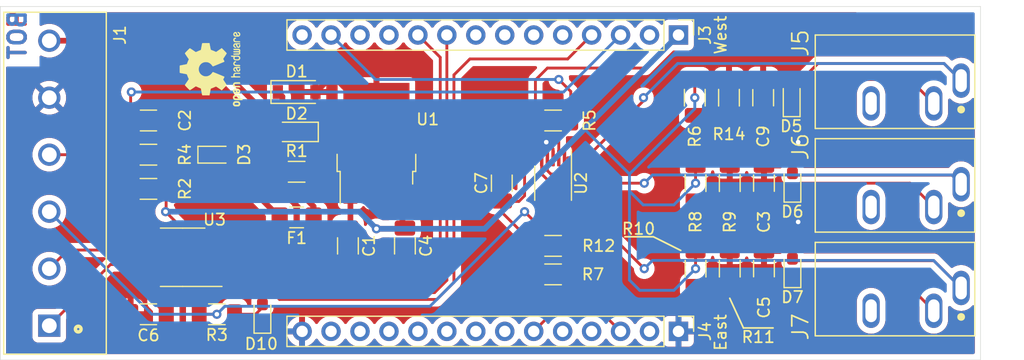
<source format=kicad_pcb>
(kicad_pcb (version 20211014) (generator pcbnew)
  (layers (0 "F.Cu" signal) (31 "B.Cu" signal) (34 "B.Paste" user) (35 "F.Paste" user) (36 "B.SilkS" user "B.Silkscreen") (37 "F.SilkS" user "F.Silkscreen") (38 "B.Mask" user) (39 "F.Mask" user) (44 "Edge.Cuts" user))
  (net 0 "")
  (net 1 "Net-(C1-Pad1)")
  (net 2 "S0_0")
  (net 3 "GND")
  (net 4 "+3V3")
  (net 5 "Net-(D1-Pad1)")
  (net 6 "Net-(D3-Pad1)")
  (net 7 "VCC")
  (net 9 "CT_0_K")
  (net 10 "RS485_0_RX")
  (net 12 "CT_1_L")
  (net 15 "RS485_0_TXE")
  (net 16 "RS485_0_TX")
  (net 21 "CT_1_K")
  (net 29 "CT_2_L")
  (net 30 "CT_0_L")
  (net 31 "RS485_0_A")
  (net 32 "RS485_0_B")
  (net 33 "CT_2_K")
  (net 34 "Net-(D10-Pad2)")
  (net 35 "AIN")
  (net 36 "SCL")
  (net 37 "SDA")
  (net 38 "RDY")
  (footprint "Resistor_SMD:R_1206_3216Metric_Pad1.30x1.75mm_HandSolder" (layer "F.Cu") (at 170 114 90)
    (fp_text reference "R11" (at -6 2.5 180) (layer "F.SilkS"))
    (fp_text value "10k")
    (pad "1" smd roundrect (at -1.55 0 90) (size 1.3 1.75) (layers "F.Cu" "F.Paste" "F.Mask") (roundrect_rratio 0.192308) (net 29 "CT_2_L"))
    (pad "2" smd roundrect (at 1.55 0 90) (size 1.3 1.75) (layers "F.Cu" "F.Paste" "F.Mask") (roundrect_rratio 0.192308) (net 3 "GND"))
  )
  (footprint "Diode_SMD:D_0603_1608Metric_Pad1.05x0.95mm_HandSolder" (layer "F.Cu") (at 175.43125 99 90)
    (fp_text reference "D5" (at -2.5 -0.03125 180) (layer "F.SilkS"))
    (fp_text value "3V3")
    (pad "1" smd roundrect (at -0.875 0 90) (size 1.05 0.95) (layers "F.Cu" "F.Paste" "F.Mask") (net 30 "CT_0_L"))
    (pad "2" smd roundrect (at 0.875 0 90) (size 1.05 0.95) (layers "F.Cu" "F.Paste" "F.Mask") (net 9 "CT_0_K"))
  )
  (footprint "Symbol:OSHW-Logo2_7.3x6mm_SilkScreen" (layer "F.Cu") (at 124.5 96.5 90)
    (fp_text reference "G1" hide)
    (fp_text value "Logo_Open_Hardware_Small" hide)
  )
  (footprint "Resistor_SMD:R_1206_3216Metric_Pad1.30x1.75mm_HandSolder" (layer "F.Cu") (at 167 106.5 90)
    (fp_text reference "R8" (at -3.4 0 90) (layer "F.SilkS"))
    (fp_text value "10k")
    (pad "1" smd roundrect (at -1.55 0 90) (size 1.3 1.75) (layers "F.Cu" "F.Paste" "F.Mask") (roundrect_rratio 0.192308) (net 12 "CT_1_L"))
    (pad "2" smd roundrect (at 1.55 0 90) (size 1.3 1.75) (layers "F.Cu" "F.Paste" "F.Mask") (roundrect_rratio 0.192308) (net 4 "+3V3"))
  )
  (footprint "footprints:CUI_SJ1-3533NG" (layer "F.Cu") (at 190.3 115.6925 180)
    (fp_text reference "J7" (at 14.1 -3.4075 90) (layer "F.SilkS") (effects (font (size 1.400693 1.400693))))
    (fp_text value "SJ1-3533NG")
    (pad "1" thru_hole oval (at 0 0 180) (size 1.508 3.016) (drill oval 1 2) (layers *.Cu *.Mask) (net 33 "CT_2_K"))
    (pad "2" thru_hole oval (at 2.4 -2 180) (size 1.508 3.016) (drill oval 1 2) (layers *.Cu *.Mask) (net 29 "CT_2_L"))
    (pad "3" thru_hole oval (at 7.9 -2 180) (size 1.508 3.016) (drill oval 1 2) (layers *.Cu *.Mask))
  )
  (footprint "Diode_SMD:D_0603_1608Metric_Pad1.05x0.95mm_HandSolder" (layer "F.Cu") (at 175.5 114 90)
    (fp_text reference "D7" (at -2.5 0 180) (layer "F.SilkS"))
    (fp_text value "3V3")
    (pad "1" smd roundrect (at -0.875 0 90) (size 1.05 0.95) (layers "F.Cu" "F.Paste" "F.Mask") (net 29 "CT_2_L"))
    (pad "2" smd roundrect (at 0.875 0 90) (size 1.05 0.95) (layers "F.Cu" "F.Paste" "F.Mask") (net 33 "CT_2_K"))
  )
  (footprint "Capacitor_SMD:C_1206_3216Metric_Pad1.33x1.80mm_HandSolder" (layer "F.Cu") (at 136.5 112 -90)
    (fp_text reference "C1" (at 0 -1.85 90) (layer "F.SilkS"))
    (fp_text value "100nF")
    (pad "1" smd roundrect (at -1.5625 0 270) (size 1.325 1.8) (layers "F.Cu" "F.Paste" "F.Mask") (roundrect_rratio 0.188679) (net 1 "Net-(C1-Pad1)"))
    (pad "2" smd roundrect (at 1.5625 0 270) (size 1.325 1.8) (layers "F.Cu" "F.Paste" "F.Mask") (roundrect_rratio 0.188679) (net 3 "GND"))
  )
  (footprint "Resistor_SMD:R_1206_3216Metric_Pad1.30x1.75mm_HandSolder" (layer "F.Cu") (at 132 105.5)
    (fp_text reference "R1" (at 0 -1.82) (layer "F.SilkS"))
    (fp_text value "10k")
    (pad "1" smd roundrect (at -1.55 0) (size 1.3 1.75) (layers "F.Cu" "F.Paste" "F.Mask") (roundrect_rratio 0.192308) (net 5 "Net-(D1-Pad1)"))
    (pad "2" smd roundrect (at 1.55 0) (size 1.3 1.75) (layers "F.Cu" "F.Paste" "F.Mask") (roundrect_rratio 0.192308) (net 3 "GND"))
  )
  (footprint "footprints:CUI_SJ1-3533NG" (layer "F.Cu") (at 190.3 97.5 180)
    (fp_text reference "J5" (at 14.1 3.2925 90) (layer "F.SilkS") (effects (font (size 1.400693 1.400693))))
    (fp_text value "SJ1-3533NG")
    (pad "1" thru_hole oval (at 0 0 180) (size 1.508 3.016) (drill oval 1 2) (layers *.Cu *.Mask) (net 9 "CT_0_K"))
    (pad "2" thru_hole oval (at 2.4 -2 180) (size 1.508 3.016) (drill oval 1 2) (layers *.Cu *.Mask) (net 30 "CT_0_L"))
    (pad "3" thru_hole oval (at 7.9 -2 180) (size 1.508 3.016) (drill oval 1 2) (layers *.Cu *.Mask))
  )
  (footprint "Capacitor_SMD:C_1206_3216Metric_Pad1.33x1.80mm_HandSolder" (layer "F.Cu") (at 150 106.5 -90)
    (fp_text reference "C7" (at 0 1.8 90) (layer "F.SilkS"))
    (fp_text value "0u1")
    (pad "1" smd roundrect (at -1.5625 0 270) (size 1.325 1.8) (layers "F.Cu" "F.Paste" "F.Mask") (roundrect_rratio 0.188679) (net 3 "GND"))
    (pad "2" smd roundrect (at 1.5625 0 270) (size 1.325 1.8) (layers "F.Cu" "F.Paste" "F.Mask") (roundrect_rratio 0.188679) (net 4 "+3V3"))
  )
  (footprint "Resistor_SMD:R_1206_3216Metric_Pad1.30x1.75mm_HandSolder" (layer "F.Cu") (at 119 104 180)
    (fp_text reference "R4" (at -3.2 0 90) (layer "F.SilkS"))
    (fp_text value "220R")
    (pad "1" smd roundrect (at -1.55 0 180) (size 1.3 1.75) (layers "F.Cu" "F.Paste" "F.Mask") (roundrect_rratio 0.192308) (net 6 "Net-(D3-Pad1)"))
    (pad "2" smd roundrect (at 1.55 0 180) (size 1.3 1.75) (layers "F.Cu" "F.Paste" "F.Mask") (roundrect_rratio 0.192308) (net 2 "S0_0"))
  )
  (footprint "Resistor_SMD:R_1206_3216Metric_Pad1.30x1.75mm_HandSolder" (layer "F.Cu") (at 169.93125 99 90)
    (fp_text reference "R14" (at -3.2 0 180) (layer "F.SilkS"))
    (fp_text value "10k")
    (pad "1" smd roundrect (at -1.55 0 90) (size 1.3 1.75) (layers "F.Cu" "F.Paste" "F.Mask") (roundrect_rratio 0.192308) (net 30 "CT_0_L"))
    (pad "2" smd roundrect (at 1.55 0 90) (size 1.3 1.75) (layers "F.Cu" "F.Paste" "F.Mask") (roundrect_rratio 0.192308) (net 3 "GND"))
  )
  (footprint "Capacitor_SMD:C_1206_3216Metric_Pad1.33x1.80mm_HandSolder" (layer "F.Cu") (at 172.93125 99 90)
    (fp_text reference "C9" (at -3.4 0 90) (layer "F.SilkS"))
    (fp_text value "10u")
    (pad "1" smd roundrect (at -1.5625 0 90) (size 1.325 1.8) (layers "F.Cu" "F.Paste" "F.Mask") (roundrect_rratio 0.188679) (net 30 "CT_0_L"))
    (pad "2" smd roundrect (at 1.5625 0 90) (size 1.325 1.8) (layers "F.Cu" "F.Paste" "F.Mask") (roundrect_rratio 0.188679) (net 3 "GND"))
  )
  (footprint "Resistor_SMD:R_1206_3216Metric_Pad1.30x1.75mm_HandSolder" (layer "F.Cu") (at 154.5 112 180)
    (fp_text reference "R12" (at -4 0) (layer "F.SilkS"))
    (fp_text value "10k")
    (pad "1" smd roundrect (at -1.55 0 180) (size 1.3 1.75) (layers "F.Cu" "F.Paste" "F.Mask") (roundrect_rratio 0.192308) (net 37 "SDA"))
    (pad "2" smd roundrect (at 1.55 0 180) (size 1.3 1.75) (layers "F.Cu" "F.Paste" "F.Mask") (roundrect_rratio 0.192308) (net 4 "+3V3"))
  )
  (footprint "Resistor_SMD:R_1206_3216Metric_Pad1.30x1.75mm_HandSolder" (layer "F.Cu") (at 154.5 114.5 180)
    (fp_text reference "R7" (at -3.5 0) (layer "F.SilkS"))
    (fp_text value "10k")
    (pad "1" smd roundrect (at -1.55 0 180) (size 1.3 1.75) (layers "F.Cu" "F.Paste" "F.Mask") (roundrect_rratio 0.192308) (net 36 "SCL"))
    (pad "2" smd roundrect (at 1.55 0 180) (size 1.3 1.75) (layers "F.Cu" "F.Paste" "F.Mask") (roundrect_rratio 0.192308) (net 4 "+3V3"))
  )
  (footprint "Resistor_SMD:R_1206_3216Metric_Pad1.30x1.75mm_HandSolder" (layer "F.Cu") (at 167 114 90)
    (fp_text reference "R10" (at 3.5 -5 180) (layer "F.SilkS"))
    (fp_text value "10k")
    (pad "1" smd roundrect (at -1.55 0 90) (size 1.3 1.75) (layers "F.Cu" "F.Paste" "F.Mask") (roundrect_rratio 0.192308) (net 29 "CT_2_L"))
    (pad "2" smd roundrect (at 1.55 0 90) (size 1.3 1.75) (layers "F.Cu" "F.Paste" "F.Mask") (roundrect_rratio 0.192308) (net 4 "+3V3"))
  )
  (footprint "footprints:CUI_SJ1-3533NG" (layer "F.Cu") (at 190.3 106.5925 180)
    (fp_text reference "J6" (at 14.1 3.2925 90) (layer "F.SilkS") (effects (font (size 1.400693 1.400693))))
    (fp_text value "SJ1-3533NG")
    (pad "1" thru_hole oval (at 0 0 180) (size 1.508 3.016) (drill oval 1 2) (layers *.Cu *.Mask) (net 21 "CT_1_K"))
    (pad "2" thru_hole oval (at 2.4 -2 180) (size 1.508 3.016) (drill oval 1 2) (layers *.Cu *.Mask) (net 12 "CT_1_L"))
    (pad "3" thru_hole oval (at 7.9 -2 180) (size 1.508 3.016) (drill oval 1 2) (layers *.Cu *.Mask))
  )
  (footprint "Resistor_SMD:R_1206_3216Metric_Pad1.30x1.75mm_HandSolder" (layer "F.Cu") (at 119 107)
    (fp_text reference "R2" (at 3.2 0 90) (layer "F.SilkS"))
    (fp_text value "10k")
    (pad "1" smd roundrect (at -1.55 0) (size 1.3 1.75) (layers "F.Cu" "F.Paste" "F.Mask") (roundrect_rratio 0.192308) (net 2 "S0_0"))
    (pad "2" smd roundrect (at 1.55 0) (size 1.3 1.75) (layers "F.Cu" "F.Paste" "F.Mask") (roundrect_rratio 0.192308) (net 4 "+3V3"))
  )
  (footprint "Resistor_SMD:R_1206_3216Metric_Pad1.30x1.75mm_HandSolder" (layer "F.Cu") (at 170 106.5 90)
    (fp_text reference "R9" (at -3.4 0 90) (layer "F.SilkS"))
    (fp_text value "10k")
    (pad "1" smd roundrect (at -1.55 0 90) (size 1.3 1.75) (layers "F.Cu" "F.Paste" "F.Mask") (roundrect_rratio 0.192308) (net 12 "CT_1_L"))
    (pad "2" smd roundrect (at 1.55 0 90) (size 1.3 1.75) (layers "F.Cu" "F.Paste" "F.Mask") (roundrect_rratio 0.192308) (net 3 "GND"))
  )
  (footprint "Connector_PinHeader_2.54mm:PinHeader_1x14_P2.54mm_Vertical" (layer "F.Cu") (at 165.5 119.5 -90)
    (fp_text reference "J4" (at 0 -2.33 90) (layer "F.SilkS"))
    (fp_text value "East")
    (pad "1" thru_hole rect (at 0 0 270) (size 1.7 1.7) (drill 1) (layers *.Cu *.Mask) (net 3 "GND"))
    (pad "2" thru_hole oval (at 0 2.54 270) (size 1.7 1.7) (drill 1) (layers *.Cu *.Mask))
    (pad "3" thru_hole oval (at 0 5.08 270) (size 1.7 1.7) (drill 1) (layers *.Cu *.Mask) (net 36 "SCL"))
    (pad "4" thru_hole oval (at 0 7.62 270) (size 1.7 1.7) (drill 1) (layers *.Cu *.Mask))
    (pad "5" thru_hole oval (at 0 10.16 270) (size 1.7 1.7) (drill 1) (layers *.Cu *.Mask))
    (pad "6" thru_hole oval (at 0 12.7 270) (size 1.7 1.7) (drill 1) (layers *.Cu *.Mask) (net 37 "SDA"))
    (pad "7" thru_hole oval (at 0 15.24 270) (size 1.7 1.7) (drill 1) (layers *.Cu *.Mask))
    (pad "8" thru_hole oval (at 0 17.78 270) (size 1.7 1.7) (drill 1) (layers *.Cu *.Mask))
    (pad "9" thru_hole oval (at 0 20.32 270) (size 1.7 1.7) (drill 1) (layers *.Cu *.Mask))
    (pad "10" thru_hole oval (at 0 22.86 270) (size 1.7 1.7) (drill 1) (layers *.Cu *.Mask))
    (pad "11" thru_hole oval (at 0 25.4 270) (size 1.7 1.7) (drill 1) (layers *.Cu *.Mask))
    (pad "12" thru_hole oval (at 0 27.94 270) (size 1.7 1.7) (drill 1) (layers *.Cu *.Mask))
    (pad "13" thru_hole oval (at 0 30.48 270) (size 1.7 1.7) (drill 1) (layers *.Cu *.Mask))
    (pad "14" thru_hole oval (at 0 33.02 270) (size 1.7 1.7) (drill 1) (layers *.Cu *.Mask) (net 3 "GND"))
  )
  (footprint "Capacitor_SMD:C_1206_3216Metric_Pad1.33x1.80mm_HandSolder" (layer "F.Cu") (at 173 106.5 90)
    (fp_text reference "C3" (at -3.4 0 90) (layer "F.SilkS"))
    (fp_text value "10u")
    (pad "1" smd roundrect (at -1.5625 0 90) (size 1.325 1.8) (layers "F.Cu" "F.Paste" "F.Mask") (roundrect_rratio 0.188679) (net 12 "CT_1_L"))
    (pad "2" smd roundrect (at 1.5625 0 90) (size 1.325 1.8) (layers "F.Cu" "F.Paste" "F.Mask") (roundrect_rratio 0.188679) (net 3 "GND"))
  )
  (footprint "Package_SO:SOIC-8_3.9x4.9mm_P1.27mm" (layer "F.Cu") (at 122 113 180)
    (fp_text reference "U3" (at -2.8 3.3) (layer "F.SilkS"))
    (fp_text value "MAX3486")
    (pad "1" smd roundrect (at -2.475 -1.905 180) (size 1.95 0.6) (layers "F.Cu" "F.Paste" "F.Mask") (net 10 "RS485_0_RX"))
    (pad "2" smd roundrect (at -2.475 -0.635 180) (size 1.95 0.6) (layers "F.Cu" "F.Paste" "F.Mask") (net 15 "RS485_0_TXE"))
    (pad "3" smd roundrect (at -2.475 0.635 180) (size 1.95 0.6) (layers "F.Cu" "F.Paste" "F.Mask") (net 15 "RS485_0_TXE"))
    (pad "4" smd roundrect (at -2.475 1.905 180) (size 1.95 0.6) (layers "F.Cu" "F.Paste" "F.Mask") (net 16 "RS485_0_TX"))
    (pad "5" smd roundrect (at 2.475 1.905 180) (size 1.95 0.6) (layers "F.Cu" "F.Paste" "F.Mask") (net 3 "GND"))
    (pad "6" smd roundrect (at 2.475 0.635 180) (size 1.95 0.6) (layers "F.Cu" "F.Paste" "F.Mask") (net 31 "RS485_0_A"))
    (pad "7" smd roundrect (at 2.475 -0.635 180) (size 1.95 0.6) (layers "F.Cu" "F.Paste" "F.Mask") (net 32 "RS485_0_B"))
    (pad "8" smd roundrect (at 2.475 -1.905 180) (size 1.95 0.6) (layers "F.Cu" "F.Paste" "F.Mask") (net 4 "+3V3"))
  )
  (footprint "Diode_SMD:D_0603_1608Metric_Pad1.05x0.95mm_HandSolder" (layer "F.Cu") (at 175.5 106.5 90)
    (fp_text reference "D6" (at -2.5 0 180) (layer "F.SilkS"))
    (fp_text value "3V3")
    (pad "1" smd roundrect (at -0.875 0 90) (size 1.05 0.95) (layers "F.Cu" "F.Paste" "F.Mask") (net 12 "CT_1_L"))
    (pad "2" smd roundrect (at 0.875 0 90) (size 1.05 0.95) (layers "F.Cu" "F.Paste" "F.Mask") (net 21 "CT_1_K"))
  )
  (footprint "Diode_SMD:D_SOD-323_HandSoldering" (layer "F.Cu") (at 132 102 180)
    (fp_text reference "D2" (at 0 1.6) (layer "F.SilkS"))
    (fp_text value "1N5819")
    (pad "1" smd rect (at -1.25 0 180) (size 1 1) (layers "F.Cu" "F.Paste" "F.Mask") (net 1 "Net-(C1-Pad1)"))
    (pad "2" smd rect (at 1.25 0 180) (size 1 1) (layers "F.Cu" "F.Paste" "F.Mask") (net 5 "Net-(D1-Pad1)"))
  )
  (footprint "Fuse:Fuse_1206_3216Metric_Pad1.42x1.75mm_HandSolder" (layer "F.Cu") (at 132 109.5 180)
    (fp_text reference "F1" (at 0 -1.82) (layer "F.SilkS"))
    (fp_text value "25V/1A")
    (pad "1" smd roundrect (at -1.4875 0 180) (size 1.425 1.75) (layers "F.Cu" "F.Paste" "F.Mask") (roundrect_rratio 0.175439) (net 5 "Net-(D1-Pad1)"))
    (pad "2" smd roundrect (at 1.4875 0 180) (size 1.425 1.75) (layers "F.Cu" "F.Paste" "F.Mask") (roundrect_rratio 0.175439) (net 7 "VCC"))
  )
  (footprint "Connector_PinHeader_2.54mm:PinHeader_1x14_P2.54mm_Vertical" (layer "F.Cu") (at 165.5 93.5 -90)
    (fp_text reference "J3" (at 0 -2.33 90) (layer "F.SilkS"))
    (fp_text value "West")
    (pad "1" thru_hole rect (at 0 0 270) (size 1.7 1.7) (drill 1) (layers *.Cu *.Mask) (net 4 "+3V3"))
    (pad "2" thru_hole oval (at 0 2.54 270) (size 1.7 1.7) (drill 1) (layers *.Cu *.Mask))
    (pad "3" thru_hole oval (at 0 5.08 270) (size 1.7 1.7) (drill 1) (layers *.Cu *.Mask) (net 2 "S0_0"))
    (pad "4" thru_hole oval (at 0 7.62 270) (size 1.7 1.7) (drill 1) (layers *.Cu *.Mask) (net 10 "RS485_0_RX"))
    (pad "5" thru_hole oval (at 0 10.16 270) (size 1.7 1.7) (drill 1) (layers *.Cu *.Mask))
    (pad "6" thru_hole oval (at 0 12.7 270) (size 1.7 1.7) (drill 1) (layers *.Cu *.Mask))
    (pad "7" thru_hole oval (at 0 15.24 270) (size 1.7 1.7) (drill 1) (layers *.Cu *.Mask))
    (pad "8" thru_hole oval (at 0 17.78 270) (size 1.7 1.7) (drill 1) (layers *.Cu *.Mask))
    (pad "9" thru_hole oval (at 0 20.32 270) (size 1.7 1.7) (drill 1) (layers *.Cu *.Mask) (net 15 "RS485_0_TXE"))
    (pad "10" thru_hole oval (at 0 22.86 270) (size 1.7 1.7) (drill 1) (layers *.Cu *.Mask) (net 16 "RS485_0_TX"))
    (pad "11" thru_hole oval (at 0 25.4 270) (size 1.7 1.7) (drill 1) (layers *.Cu *.Mask))
    (pad "12" thru_hole oval (at 0 27.94 270) (size 1.7 1.7) (drill 1) (layers *.Cu *.Mask))
    (pad "13" thru_hole oval (at 0 30.48 270) (size 1.7 1.7) (drill 1) (layers *.Cu *.Mask) (net 38 "RDY"))
    (pad "14" thru_hole oval (at 0 33.02 270) (size 1.7 1.7) (drill 1) (layers *.Cu *.Mask))
  )
  (footprint "footprints:PHOENIX_1935200" (layer "F.Cu") (at 110.3 106.5 90)
    (fp_text reference "J1" (at 13 6.2 90) (layer "F.SilkS"))
    (fp_text value "North")
    (pad "1" thru_hole rect (at -12.5 0 90) (size 1.95 1.95) (drill 1.3) (layers *.Cu *.Mask) (net 32 "RS485_0_B"))
    (pad "2" thru_hole circle (at -7.5 0 90) (size 1.95 1.95) (drill 1.3) (layers *.Cu *.Mask) (net 31 "RS485_0_A"))
    (pad "3" thru_hole circle (at -2.5 0 90) (size 1.95 1.95) (drill 1.3) (layers *.Cu *.Mask) (net 35 "AIN"))
    (pad "4" thru_hole circle (at 2.5 0 90) (size 1.95 1.95) (drill 1.3) (layers *.Cu *.Mask) (net 2 "S0_0"))
    (pad "5" thru_hole circle (at 7.5 0 90) (size 1.95 1.95) (drill 1.3) (layers *.Cu *.Mask) (net 3 "GND"))
    (pad "6" thru_hole circle (at 12.5 0 90) (size 1.95 1.95) (drill 1.3) (layers *.Cu *.Mask) (net 7 "VCC"))
  )
  (footprint "Capacitor_SMD:C_1206_3216Metric_Pad1.33x1.80mm_HandSolder" (layer "F.Cu") (at 141.5 112 -90)
    (fp_text reference "C4" (at 0 -1.85 90) (layer "F.SilkS"))
    (fp_text value "100nF")
    (pad "1" smd roundrect (at -1.5625 0 270) (size 1.325 1.8) (layers "F.Cu" "F.Paste" "F.Mask") (roundrect_rratio 0.188679) (net 4 "+3V3"))
    (pad "2" smd roundrect (at 1.5625 0 270) (size 1.325 1.8) (layers "F.Cu" "F.Paste" "F.Mask") (roundrect_rratio 0.188679) (net 3 "GND"))
  )
  (footprint "Resistor_SMD:R_1206_3216Metric_Pad1.30x1.75mm_HandSolder" (layer "F.Cu") (at 166.93125 99 90)
    (fp_text reference "R6" (at -3.4 0 90) (layer "F.SilkS"))
    (fp_text value "10k")
    (pad "1" smd roundrect (at -1.55 0 90) (size 1.3 1.75) (layers "F.Cu" "F.Paste" "F.Mask") (roundrect_rratio 0.192308) (net 30 "CT_0_L"))
    (pad "2" smd roundrect (at 1.55 0 90) (size 1.3 1.75) (layers "F.Cu" "F.Paste" "F.Mask") (roundrect_rratio 0.192308) (net 4 "+3V3"))
  )
  (footprint "Resistor_SMD:R_1206_3216Metric_Pad1.30x1.75mm_HandSolder" (layer "F.Cu") (at 154.5 101 180)
    (fp_text reference "R5" (at -3.2 0 90) (layer "F.SilkS"))
    (fp_text value "10k")
    (pad "1" smd roundrect (at -1.55 0 180) (size 1.3 1.75) (layers "F.Cu" "F.Paste" "F.Mask") (roundrect_rratio 0.192308) (net 38 "RDY"))
    (pad "2" smd roundrect (at 1.55 0 180) (size 1.3 1.75) (layers "F.Cu" "F.Paste" "F.Mask") (roundrect_rratio 0.192308) (net 4 "+3V3"))
  )
  (footprint "Diode_SMD:D_0603_1608Metric_Pad1.05x0.95mm_HandSolder" (layer "F.Cu") (at 129 118 90)
    (fp_text reference "D10" (at -2.6 -0.1 180) (layer "F.SilkS"))
    (fp_text value "3V3")
    (pad "1" smd roundrect (at -0.875 0 90) (size 1.05 0.95) (layers "F.Cu" "F.Paste" "F.Mask") (net 3 "GND"))
    (pad "2" smd roundrect (at 0.875 0 90) (size 1.05 0.95) (layers "F.Cu" "F.Paste" "F.Mask") (net 34 "Net-(D10-Pad2)"))
  )
  (footprint "Package_TO_SOT_SMD:TO-252-3_TabPin2" (layer "F.Cu") (at 139 103 90)
    (fp_text reference "U1" (at 2.1 4.5 180) (layer "F.SilkS"))
    (fp_text value "BA033CC0FP-E2")
    (pad "1" smd rect (at -4.2 -2.28 90) (size 2.2 1.2) (layers "F.Cu" "F.Paste" "F.Mask") (net 1 "Net-(C1-Pad1)"))
    (pad "2" smd rect (at 2.1 0 90) (size 6.4 5.8) (layers "F.Cu" "F.Mask") (net 3 "GND"))
    (pad "2" smd rect (at -4.2 0 90) (size 2.2 1.2) (layers "F.Cu" "F.Paste" "F.Mask") (net 3 "GND"))
    (pad "3" smd rect (at -4.2 2.28 90) (size 2.2 1.2) (layers "F.Cu" "F.Paste" "F.Mask") (net 4 "+3V3"))
  )
  (footprint "Capacitor_SMD:C_1206_3216Metric_Pad1.33x1.80mm_HandSolder" (layer "F.Cu") (at 119 101)
    (fp_text reference "C2" (at 3.2 0 90) (layer "F.SilkS"))
    (fp_text value "100nF")
    (pad "1" smd roundrect (at -1.5625 0) (size 1.325 1.8) (layers "F.Cu" "F.Paste" "F.Mask") (roundrect_rratio 0.188679) (net 2 "S0_0"))
    (pad "2" smd roundrect (at 1.5625 0) (size 1.325 1.8) (layers "F.Cu" "F.Paste" "F.Mask") (roundrect_rratio 0.188679) (net 3 "GND"))
  )
  (footprint "Package_SO:VSSOP-10_3x3mm_P0.5mm" (layer "F.Cu") (at 154.5 106.5 -90)
    (fp_text reference "U2" (at 0 -2.45 -90) (layer "F.SilkS"))
    (fp_text value "ADS1115IDGS")
    (pad "1" smd roundrect (at -2.2 -1 270) (size 1.45 0.3) (layers "F.Cu" "F.Paste" "F.Mask") (net 3 "GND"))
    (pad "2" smd roundrect (at -2.2 -0.5 270) (size 1.45 0.3) (layers "F.Cu" "F.Paste" "F.Mask") (net 38 "RDY"))
    (pad "3" smd roundrect (at -2.2 0 270) (size 1.45 0.3) (layers "F.Cu" "F.Paste" "F.Mask") (net 3 "GND"))
    (pad "4" smd roundrect (at -2.2 0.5 270) (size 1.45 0.3) (layers "F.Cu" "F.Paste" "F.Mask") (net 9 "CT_0_K"))
    (pad "5" smd roundrect (at -2.2 1 270) (size 1.45 0.3) (layers "F.Cu" "F.Paste" "F.Mask") (net 21 "CT_1_K"))
    (pad "6" smd roundrect (at 2.2 1 270) (size 1.45 0.3) (layers "F.Cu" "F.Paste" "F.Mask") (net 33 "CT_2_K"))
    (pad "7" smd roundrect (at 2.2 0.5 270) (size 1.45 0.3) (layers "F.Cu" "F.Paste" "F.Mask") (net 35 "AIN"))
    (pad "8" smd roundrect (at 2.2 0 270) (size 1.45 0.3) (layers "F.Cu" "F.Paste" "F.Mask") (net 4 "+3V3"))
    (pad "9" smd roundrect (at 2.2 -0.5 270) (size 1.45 0.3) (layers "F.Cu" "F.Paste" "F.Mask") (net 37 "SDA"))
    (pad "10" smd roundrect (at 2.2 -1 270) (size 1.45 0.3) (layers "F.Cu" "F.Paste" "F.Mask") (net 36 "SCL"))
  )
  (footprint "Capacitor_SMD:C_1206_3216Metric_Pad1.33x1.80mm_HandSolder" (layer "F.Cu") (at 173 114 90)
    (fp_text reference "C5" (at -3.4 0 90) (layer "F.SilkS"))
    (fp_text value "10u")
    (pad "1" smd roundrect (at -1.5625 0 90) (size 1.325 1.8) (layers "F.Cu" "F.Paste" "F.Mask") (roundrect_rratio 0.188679) (net 29 "CT_2_L"))
    (pad "2" smd roundrect (at 1.5625 0 90) (size 1.325 1.8) (layers "F.Cu" "F.Paste" "F.Mask") (roundrect_rratio 0.188679) (net 3 "GND"))
  )
  (footprint "Diode_SMD:D_SOD-123" (layer "F.Cu") (at 132 98.5)
    (fp_text reference "D1" (at 0 -1.8) (layer "F.SilkS"))
    (fp_text value "25V")
    (pad "1" smd rect (at -1.65 0) (size 0.9 1.2) (layers "F.Cu" "F.Paste" "F.Mask") (net 5 "Net-(D1-Pad1)"))
    (pad "2" smd rect (at 1.65 0) (size 0.9 1.2) (layers "F.Cu" "F.Paste" "F.Mask") (net 3 "GND"))
  )
  (footprint "Capacitor_SMD:C_1206_3216Metric_Pad1.33x1.80mm_HandSolder" (layer "F.Cu") (at 119 118 180)
    (fp_text reference "C6" (at 0 -1.85) (layer "F.SilkS"))
    (fp_text value "100nF")
    (pad "1" smd roundrect (at -1.5625 0 180) (size 1.325 1.8) (layers "F.Cu" "F.Paste" "F.Mask") (roundrect_rratio 0.188679) (net 4 "+3V3"))
    (pad "2" smd roundrect (at 1.5625 0 180) (size 1.325 1.8) (layers "F.Cu" "F.Paste" "F.Mask") (roundrect_rratio 0.188679) (net 3 "GND"))
  )
  (footprint "Resistor_SMD:R_1206_3216Metric_Pad1.30x1.75mm_HandSolder" (layer "F.Cu") (at 125 118 180)
    (fp_text reference "R3" (at 0 -1.82) (layer "F.SilkS"))
    (fp_text value "220R")
    (pad "1" smd roundrect (at -1.55 0 180) (size 1.3 1.75) (layers "F.Cu" "F.Paste" "F.Mask") (roundrect_rratio 0.192308) (net 34 "Net-(D10-Pad2)"))
    (pad "2" smd roundrect (at 1.55 0 180) (size 1.3 1.75) (layers "F.Cu" "F.Paste" "F.Mask") (roundrect_rratio 0.192308) (net 35 "AIN"))
  )
  (footprint "Diode_SMD:D_0603_1608Metric_Pad1.05x0.95mm_HandSolder" (layer "F.Cu") (at 125 104)
    (fp_text reference "D3" (at 2.4 0 90) (layer "F.SilkS"))
    (fp_text value "3V3")
    (pad "1" smd roundrect (at -0.875 0) (size 1.05 0.95) (layers "F.Cu" "F.Paste" "F.Mask") (net 6 "Net-(D3-Pad1)"))
    (pad "2" smd roundrect (at 0.875 0) (size 1.05 0.95) (layers "F.Cu" "F.Paste" "F.Mask") (net 3 "GND"))
  )
  (footprint "images:grayc-logo-negative" (layer "B.Cu") (at 175 118 180)
    (fp_text reference "G2" hide)
    (fp_text value "LOGO" hide)
  )
  (gr_line (start 171.2 119.2) (end 170 116.6) (layer "F.SilkS") (width 0.15))
  (gr_line (start 160.8 111.2) (end 163.3 111.2) (layer "F.SilkS") (width 0.15))
  (gr_line (start 173.8 119.2) (end 171.2 119.2) (layer "F.SilkS") (width 0.15))
  (gr_line (start 163.3 111.2) (end 165.7 112.4) (layer "F.SilkS") (width 0.15))
  (gr_line (start 106 91) (end 192 91) (layer "Edge.Cuts") (width 0.05))
  (gr_line (start 192 122) (end 106 122) (layer "Edge.Cuts") (width 0.05))
  (gr_line (start 192 91) (end 192 122) (layer "Edge.Cuts") (width 0.05))
  (gr_line (start 106 122) (end 106 91) (layer "Edge.Cuts") (width 0.05))
  (gr_text "TOP" (at 107.5 93.5 90) (layer "F.Cu") (effects (font (size 1.5 1.5) (thickness 0.3))))
  (gr_text "SR-CT-020" (at 186.3 92.5) (layer "F.Cu") (effects (font (size 1 1))))
  (gr_text "BOT" (at 107.5 93.5 90) (layer "B.Cu") (effects (font (size 1.5 1.5) (thickness 0.3)) (justify mirror)))
  (gr_text "West" (at 169.2 93.5 90) (layer "F.SilkS") (effects (font (size 1 1))))
  (gr_text "East" (at 169.2 119.6 90) (layer "F.SilkS") (effects (font (size 1 1))))
  (segment (start 133.25 102) (end 135 103.75) (width 0.5) (layer "F.Cu") (net 1))
  (segment (start 136.72 107.2) (end 136.72 110.2175) (width 0.5) (layer "F.Cu") (net 1))
  (segment (start 135 103.75) (end 135 106.6) (width 0.5) (layer "F.Cu") (net 1))
  (segment (start 136.72 110.2175) (end 136.5 110.4375) (width 0.5) (layer "F.Cu") (net 1))
  (segment (start 135 106.6) (end 135.6 107.2) (width 0.5) (layer "F.Cu") (net 1))
  (segment (start 136.845 110.2925) (end 136.7 110.4375) (width 0.25) (layer "F.Cu") (net 1))
  (segment (start 135.6 107.2) (end 136.72 107.2) (width 0.5) (layer "F.Cu") (net 1))
  (segment (start 117.45 101.0125) (end 117.4375 101) (width 0.25) (layer "F.Cu") (net 2))
  (segment (start 117.4375 98.5625) (end 117.5 98.5) (width 0.25) (layer "F.Cu") (net 2))
  (segment (start 110.3 104) (end 117.45 104) (width 0.25) (layer "F.Cu") (net 2))
  (segment (start 117.45 104) (end 117.45 101.0125) (width 0.25) (layer "F.Cu") (net 2))
  (segment (start 117.4375 101) (end 117.4375 98.5625) (width 0.25) (layer "F.Cu") (net 2))
  (segment (start 117.45 104) (end 117.45 107) (width 0.25) (layer "F.Cu") (net 2))
  (via (at 117.5 98.5) (size 0.8) (drill 0.4) (layers "F.Cu" "B.Cu") (net 2))
  (segment (start 117.5 98.5) (end 155.42 98.5) (width 0.25) (layer "B.Cu") (net 2))
  (segment (start 155.42 98.5) (end 160.42 93.5) (width 0.25) (layer "B.Cu") (net 2))
  (segment (start 155.5 103.5) (end 156.1 102.9) (width 0.25) (layer "F.Cu") (net 3))
  (segment (start 135.2 97.1) (end 139 100.9) (width 0.5) (layer "F.Cu") (net 3))
  (segment (start 154.5 104.35) (end 154.5 103.5) (width 0.25) (layer "F.Cu") (net 3))
  (segment (start 133.7 98.5) (end 135.1 97.1) (width 0.5) (layer "F.Cu") (net 3))
  (segment (start 135.1 97.1) (end 135.2 97.1) (width 0.5) (layer "F.Cu") (net 3))
  (segment (start 155.5 104.35) (end 155.5 103.5) (width 0.25) (layer "F.Cu") (net 3))
  (segment (start 154.5 103.5) (end 153.9 102.9) (width 0.25) (layer "F.Cu") (net 3))
  (via (at 176 109.9) (size 0.8) (drill 0.4) (layers "F.Cu" "B.Cu") (net 3))
  (via (at 176 102.9) (size 0.8) (drill 0.4) (layers "F.Cu" "B.Cu") (net 3))
  (via (at 153.9 102.9) (size 0.8) (drill 0.4) (layers "F.Cu" "B.Cu") (net 3))
  (segment (start 150 109.05) (end 152.95 112) (width 0.25) (layer "F.Cu") (net 4))
  (segment (start 119.525 114.905) (end 119.525 116.9625) (width 0.25) (layer "F.Cu") (net 4))
  (segment (start 151.5 108.1) (end 150.0375 108.1) (width 0.25) (layer "F.Cu") (net 4))
  (segment (start 141.28 110.2175) (end 141.5 110.4375) (width 0.5) (layer "F.Cu") (net 4))
  (segment (start 152 101.95) (end 152 107.6) (width 0.25) (layer "F.Cu") (net 4))
  (segment (start 119.525 116.9625) (end 120.5625 118) (width 0.25) (layer "F.Cu") (net 4))
  (segment (start 122 110.5) (end 120.5 109) (width 0.25) (layer "F.Cu") (net 4))
  (segment (start 152.95 101) (end 152.95 97.45) (width 0.25) (layer "F.Cu") (net 4))
  (segment (start 150 108.0625) (end 150 109.05) (width 0.25) (layer "F.Cu") (net 4))
  (segment (start 162.6 96.4) (end 165.5 93.5) (width 0.25) (layer "F.Cu") (net 4))
  (segment (start 152 107.6) (end 151.5 108.1) (width 0.25) (layer "F.Cu") (net 4))
  (segment (start 120.55 107) (end 120.55 108.95) (width 0.25) (layer "F.Cu") (net 4))
  (segment (start 152.95 97.45) (end 154 96.4) (width 0.25) (layer "F.Cu") (net 4))
  (segment (start 141.405 110.3425) (end 141.5 110.4375) (width 0.25) (layer "F.Cu") (net 4))
  (segment (start 139 110.5) (end 141.4375 110.5) (width 0.5) (layer "F.Cu") (net 4))
  (segment (start 150.0375 108.1) (end 150 108.0625) (width 0.25) (layer "F.Cu") (net 4))
  (segment (start 167 106.5) (end 167 104.95) (width 0.25) (layer "F.Cu") (net 4))
  (segment (start 141.4375 110.5) (end 141.5 110.4375) (width 0.5) (layer "F.Cu") (net 4))
  (segment (start 152.95 101) (end 152 101.95) (width 0.25) (layer "F.Cu") (net 4))
  (segment (start 152.95 112) (end 154.5 110.45) (width 0.25) (layer "F.Cu") (net 4))
  (segment (start 154.5 110.45) (end 154.5 108.65) (width 0.25) (layer "F.Cu") (net 4))
  (segment (start 166.93125 99) (end 166.93125 97.45) (width 0.25) (layer "F.Cu") (net 4))
  (segment (start 154 96.4) (end 162.6 96.4) (width 0.25) (layer "F.Cu") (net 4))
  (segment (start 122 114.1) (end 122 110.5) (width 0.25) (layer "F.Cu") (net 4))
  (segment (start 121.195 114.905) (end 122 114.1) (width 0.25) (layer "F.Cu") (net 4))
  (segment (start 167 114) (end 167 112.45) (width 0.25) (layer "F.Cu") (net 4))
  (segment (start 119.525 114.905) (end 121.195 114.905) (width 0.25) (layer "F.Cu") (net 4))
  (segment (start 141.28 107.2) (end 141.28 110.2175) (width 0.5) (layer "F.Cu") (net 4))
  (segment (start 152.95 114.5) (end 152.95 112) (width 0.25) (layer "F.Cu") (net 4))
  (via (at 167 106.5) (size 0.8) (drill 0.4) (layers "F.Cu" "B.Cu") (net 4))
  (via (at 167 114) (size 0.8) (drill 0.4) (layers "F.Cu" "B.Cu") (net 4))
  (via (at 139 110.5) (size 0.8) (drill 0.4) (layers "F.Cu" "B.Cu") (net 4))
  (via (at 120.5 109) (size 0.8) (drill 0.4) (layers "F.Cu" "B.Cu") (net 4))
  (via (at 166.93125 99) (size 0.8) (drill 0.4) (layers "F.Cu" "B.Cu") (net 4))
  (segment (start 167 106.5) (end 165.1 108.4) (width 0.25) (layer "B.Cu") (net 4))
  (segment (start 162.4 108.4) (end 161.2 107.2) (width 0.25) (layer "B.Cu") (net 4))
  (segment (start 157.25 101.75) (end 163.1 95.9) (width 0.5) (layer "B.Cu") (net 4))
  (segment (start 164.2 102.7) (end 161.2 105.7) (width 0.25) (layer "B.Cu") (net 4))
  (segment (start 166.93125 99) (end 166.93125 99.96875) (width 0.25) (layer "B.Cu") (net 4))
  (segment (start 139 110.5) (end 148.5 110.5) (width 0.5) (layer "B.Cu") (net 4))
  (segment (start 165.1 115.9) (end 167 114) (width 0.25) (layer "B.Cu") (net 4))
  (segment (start 162.1 115.9) (end 165.1 115.9) (width 0.25) (layer "B.Cu") (net 4))
  (segment (start 161.2 105.7) (end 157.25 101.75) (width 0.25) (layer "B.Cu") (net 4))
  (segment (start 166.93125 99.96875) (end 164.2 102.7) (width 0.25) (layer "B.Cu") (net 4))
  (segment (start 120.5 109) (end 137.5 109) (width 0.5) (layer "B.Cu") (net 4))
  (segment (start 161.2 105.7) (end 161.2 107.2) (width 0.25) (layer "B.Cu") (net 4))
  (segment (start 161.2 107.2) (end 161.2 115) (width 0.25) (layer "B.Cu") (net 4))
  (segment (start 148.5 110.5) (end 157.25 101.75) (width 0.5) (layer "B.Cu") (net 4))
  (segment (start 165.1 108.4) (end 162.4 108.4) (width 0.25) (layer "B.Cu") (net 4))
  (segment (start 137.5 109) (end 139 110.5) (width 0.5) (layer "B.Cu") (net 4))
  (segment (start 161.2 115) (end 162.1 115.9) (width 0.25) (layer "B.Cu") (net 4))
  (segment (start 163.1 95.9) (end 165.5 93.5) (width 0.5) (layer "B.Cu") (net 4))
  (segment (start 130.75 105.2) (end 130.45 105.5) (width 0.5) (layer "F.Cu") (net 5))
  (segment (start 130.45 105.2) (end 130.15 105.5) (width 0.25) (layer "F.Cu") (net 5))
  (segment (start 133.4875 108.5375) (end 130.45 105.5) (width 0.5) (layer "F.Cu") (net 5))
  (segment (start 130.75 102) (end 130.75 105.2) (width 0.5) (layer "F.Cu") (net 5))
  (segment (start 133.4875 109.5) (end 133.4875 108.5375) (width 0.5) (layer "F.Cu") (net 5))
  (segment (start 130.75 102) (end 130.75 98.9) (width 0.5) (layer "F.Cu") (net 5))
  (segment (start 130.75 98.9) (end 130.35 98.5) (width 0.5) (layer "F.Cu") (net 5))
  (segment (start 120.55 104) (end 124.125 104) (width 0.25) (layer "F.Cu") (net 6))
  (segment (start 110.3 94) (end 122.9 94) (width 0.5) (layer "F.Cu") (net 7))
  (segment (start 122.9 94) (end 128.6 99.7) (width 0.5) (layer "F.Cu") (net 7))
  (segment (start 128.6 99.7) (end 128.6 107.5875) (width 0.5) (layer "F.Cu") (net 7))
  (segment (start 128.6 107.5875) (end 130.5125 109.5) (width 0.5) (layer "F.Cu") (net 7))
  (segment (start 162.43125 99.26875) (end 162.43125 99) (width 0.25) (layer "F.Cu") (net 9))
  (segment (start 154 105.4) (end 154.3 105.7) (width 0.25) (layer "F.Cu") (net 9))
  (segment (start 188.8 96) (end 190.3 97.5) (width 0.25) (layer "F.Cu") (net 9))
  (segment (start 154.3 105.7) (end 156 105.7) (width 0.25) (layer "F.Cu") (net 9))
  (segment (start 154 104.3) (end 154 105.4) (width 0.25) (layer "F.Cu") (net 9))
  (segment (start 177.73125 96) (end 188.8 96) (width 0.25) (layer "F.Cu") (net 9))
  (segment (start 156 105.7) (end 162.43125 99.26875) (width 0.25) (layer "F.Cu") (net 9))
  (segment (start 175.43125 98.3) (end 177.73125 96) (width 0.25) (layer "F.Cu") (net 9))
  (via (at 162.43125 99) (size 0.8) (drill 0.4) (layers "F.Cu" "B.Cu") (net 9))
  (segment (start 165.43125 96) (end 188.8075 96) (width 0.25) (layer "B.Cu") (net 9))
  (segment (start 162.43125 99) (end 165.43125 96) (width 0.25) (layer "B.Cu") (net 9))
  (segment (start 188.8075 96.0075) (end 190.3 97.5) (width 0.25) (layer "B.Cu") (net 9))
  (segment (start 147.2 95.6) (end 155.78 95.6) (width 0.25) (layer "F.Cu") (net 10))
  (segment (start 128.705 114.905) (end 130.5 116.7) (width 0.25) (layer "F.Cu") (net 10))
  (segment (start 144.3 116.7) (end 145.8 115.2) (width 0.25) (layer "F.Cu") (net 10))
  (segment (start 145.8 115.2) (end 145.8 97) (width 0.25) (layer "F.Cu") (net 10))
  (segment (start 155.78 95.6) (end 157.88 93.5) (width 0.25) (layer "F.Cu") (net 10))
  (segment (start 145.8 97) (end 147.2 95.6) (width 0.25) (layer "F.Cu") (net 10))
  (segment (start 124.475 114.905) (end 128.705 114.905) (width 0.25) (layer "F.Cu") (net 10))
  (segment (start 130.5 116.7) (end 144.3 116.7) (width 0.25) (layer "F.Cu") (net 10))
  (segment (start 167 108.05) (end 172.9875 108.05) (width 0.25) (layer "F.Cu") (net 12))
  (segment (start 185.8075 106.5) (end 187.9 108.5925) (width 0.25) (layer "F.Cu") (net 12))
  (segment (start 174.5375 108.0625) (end 175.4 107.2) (width 0.25) (layer "F.Cu") (net 12))
  (segment (start 173 108.0625) (end 174.5375 108.0625) (width 0.25) (layer "F.Cu") (net 12))
  (segment (start 176.2 106.5) (end 185.8075 106.5) (width 0.25) (layer "F.Cu") (net 12))
  (segment (start 175.5 107.2) (end 176.2 106.5) (width 0.25) (layer "F.Cu") (net 12))
  (segment (start 172.9875 108.05) (end 173 108.0625) (width 0.25) (layer "F.Cu") (net 12))
  (segment (start 175.4 107.2) (end 175.5 107.2) (width 0.25) (layer "F.Cu") (net 12))
  (segment (start 127.565 112.365) (end 124.475 112.365) (width 0.25) (layer "F.Cu") (net 15))
  (segment (start 124.475 112.365) (end 124.475 113.635) (width 0.25) (layer "F.Cu") (net 15))
  (segment (start 144.1 116.1) (end 131.3 116.1) (width 0.25) (layer "F.Cu") (net 15))
  (segment (start 145.18 93.5) (end 145.18 115.02) (width 0.25) (layer "F.Cu") (net 15))
  (segment (start 145.18 115.02) (end 144.1 116.1) (width 0.25) (layer "F.Cu") (net 15))
  (segment (start 131.3 116.1) (end 127.565 112.365) (width 0.25) (layer "F.Cu") (net 15))
  (segment (start 127.595 111.095) (end 124.475 111.095) (width 0.25) (layer "F.Cu") (net 16))
  (segment (start 143.9 115.5) (end 132 115.5) (width 0.25) (layer "F.Cu") (net 16))
  (segment (start 144.6 95.46) (end 144.6 114.8) (width 0.25) (layer "F.Cu") (net 16))
  (segment (start 144.6 114.8) (end 143.9 115.5) (width 0.25) (layer "F.Cu") (net 16))
  (segment (start 132 115.5) (end 127.595 111.095) (width 0.25) (layer "F.Cu") (net 16))
  (segment (start 142.64 93.5) (end 144.6 95.46) (width 0.25) (layer "F.Cu") (net 16))
  (segment (start 175.5 105.8) (end 189.5075 105.8) (width 0.25) (layer "F.Cu") (net 21))
  (segment (start 189.5075 105.8) (end 190.3 106.5925) (width 0.25) (layer "F.Cu") (net 21))
  (segment (start 153.5 104.3) (end 153.5 105.7) (width 0.25) (layer "F.Cu") (net 21))
  (segment (start 153.5 105.7) (end 154.3 106.5) (width 0.25) (layer "F.Cu") (net 21))
  (segment (start 154.3 106.5) (end 162.5 106.5) (width 0.25) (layer "F.Cu") (net 21))
  (via (at 162.5 106.5) (size 0.8) (drill 0.4) (layers "F.Cu" "B.Cu") (net 21))
  (segment (start 163.225 105.775) (end 189.4825 105.775) (width 0.25) (layer "B.Cu") (net 21))
  (segment (start 189.4825 105.775) (end 190.3 106.5925) (width 0.25) (layer "B.Cu") (net 21))
  (segment (start 162.5 106.5) (end 163.225 105.775) (width 0.25) (layer "B.Cu") (net 21))
  (segment (start 174.5375 115.5625) (end 175.4 114.7) (width 0.25) (layer "F.Cu") (net 29))
  (segment (start 170.0125 115.5625) (end 170 115.55) (width 0.25) (layer "F.Cu") (net 29))
  (segment (start 167 115.55) (end 170 115.55) (width 0.25) (layer "F.Cu") (net 29))
  (segment (start 175.5 114.7) (end 184.9075 114.7) (width 0.25) (layer "F.Cu") (net 29))
  (segment (start 175.4 114.7) (end 175.5 114.7) (width 0.25) (layer "F.Cu") (net 29))
  (segment (start 173 115.5625) (end 170.0125 115.5625) (width 0.25) (layer "F.Cu") (net 29))
  (segment (start 173 115.5625) (end 174.5375 115.5625) (width 0.25) (layer "F.Cu") (net 29))
  (segment (start 184.9075 114.7) (end 187.9 117.6925) (width 0.25) (layer "F.Cu") (net 29))
  (segment (start 174.56875 100.5625) (end 175.43125 99.7) (width 0.25) (layer "F.Cu") (net 30))
  (segment (start 172.93125 100.5625) (end 169.94375 100.5625) (width 0.25) (layer "F.Cu") (net 30))
  (segment (start 185.8075 97.4075) (end 187.9 99.5) (width 0.25) (layer "F.Cu") (net 30))
  (segment (start 169.94375 100.5625) (end 169.93125 100.55) (width 0.25) (layer "F.Cu") (net 30))
  (segment (start 172.93125 100.5625) (end 174.56875 100.5625) (width 0.25) (layer "F.Cu") (net 30))
  (segment (start 185.8075 97.4) (end 177.73125 97.4) (width 0.25) (layer "F.Cu") (net 30))
  (segment (start 166.93125 100.55) (end 169.93125 100.55) (width 0.25) (layer "F.Cu") (net 30))
  (segment (start 185.8075 97.4) (end 185.8075 97.4075) (width 0.25) (layer "F.Cu") (net 30))
  (segment (start 177.73125 97.4) (end 175.43125 99.7) (width 0.25) (layer "F.Cu") (net 30))
  (segment (start 119.525 112.365) (end 111.935 112.365) (width 0.25) (layer "F.Cu") (net 31))
  (segment (start 111.935 112.365) (end 110.3 114) (width 0.25) (layer "F.Cu") (net 31))
  (segment (start 119.525 113.635) (end 115.665 113.635) (width 0.25) (layer "F.Cu") (net 32))
  (segment (start 115.665 113.635) (end 110.3 119) (width 0.25) (layer "F.Cu") (net 32))
  (segment (start 154.025 107.3) (end 155.1 107.3) (width 0.25) (layer "F.Cu") (net 33))
  (segment (start 187.9075 113.3) (end 190.3 115.6925) (width 0.25) (layer "F.Cu") (net 33))
  (segment (start 153.5 107.825) (end 154.025 107.3) (width 0.25) (layer "F.Cu") (net 33))
  (segment (start 153.5 108.65) (end 153.5 107.825) (width 0.25) (layer "F.Cu") (net 33))
  (segment (start 155.8 107.3) (end 155.1 107.3) (width 0.25) (layer "F.Cu") (net 33))
  (segment (start 175.5 113.3) (end 187.9075 113.3) (width 0.25) (layer "F.Cu") (net 33))
  (segment (start 162.5 114) (end 155.8 107.3) (width 0.25) (layer "F.Cu") (net 33))
  (via (at 162.5 114) (size 0.8) (drill 0.4) (layers "F.Cu" "B.Cu") (net 33))
  (segment (start 187.875 113.275) (end 163.225 113.275) (width 0.25) (layer "B.Cu") (net 33))
  (segment (start 190.2925 115.6925) (end 187.875 113.275) (width 0.25) (layer "B.Cu") (net 33))
  (segment (start 190.3 115.6925) (end 190.2925 115.6925) (width 0.25) (layer "B.Cu") (net 33))
  (segment (start 163.225 113.275) (end 162.5 114) (width 0.25) (layer "B.Cu") (net 33))
  (segment (start 129 117.4) (end 129 117.3) (width 0.25) (layer "F.Cu") (net 34))
  (segment (start 126.55 118) (end 128.4 118) (width 0.25) (layer "F.Cu") (net 34))
  (segment (start 128.4 118) (end 129 117.4) (width 0.25) (layer "F.Cu") (net 34))
  (segment (start 153.7 110) (end 154 109.7) (width 0.25) (layer "F.Cu") (net 35))
  (segment (start 154 109.7) (end 154 108.65) (width 0.25) (layer "F.Cu") (net 35))
  (segment (start 123.45 118) (end 125 118) (width 0.25) (layer "F.Cu") (net 35))
  (segment (start 152 109) (end 153 110) (width 0.25) (layer "F.Cu") (net 35))
  (segment (start 153 110) (end 153.7 110) (width 0.25) (layer "F.Cu") (net 35))
  (via (at 152 109) (size 0.8) (drill 0.4) (layers "F.Cu" "B.Cu") (net 35))
  (via (at 125 118) (size 0.8) (drill 0.4) (layers "F.Cu" "B.Cu") (net 35))
  (segment (start 125 118) (end 119.3 118) (width 0.25) (layer "B.Cu") (net 35))
  (segment (start 152 109) (end 143.7 117.3) (width 0.25) (layer "B.Cu") (net 35))
  (segment (start 125.7 117.3) (end 125 118) (width 0.25) (layer "B.Cu") (net 35))
  (segment (start 143.7 117.3) (end 125.7 117.3) (width 0.25) (layer "B.Cu") (net 35))
  (segment (start 119.3 118) (end 110.3 109) (width 0.25) (layer "B.Cu") (net 35))
  (segment (start 156.35 108.65) (end 157.5 109.8) (width 0.25) (layer "F.Cu") (net 36))
  (segment (start 157.5 109.8) (end 157.5 109.9) (width 0.25) (layer "F.Cu") (net 36))
  (segment (start 157.5 113.05) (end 157.5 109.9) (width 0.25) (layer "F.Cu") (net 36))
  (segment (start 156.05 115.13) (end 160.42 119.5) (width 0.25) (layer "F.Cu") (net 36))
  (segment (start 156.05 114.5) (end 156.05 115.13) (width 0.25) (layer "F.Cu") (net 36))
  (segment (start 156.05 114.5) (end 157.5 113.05) (width 0.25) (layer "F.Cu") (net 36))
  (segment (start 156.35 108.65) (end 155.5 108.65) (width 0.25) (layer "F.Cu") (net 36))
  (segment (start 152.8 119.5) (end 154.5 117.8) (width 0.25) (layer "F.Cu") (net 37))
  (segment (start 154.5 117.8) (end 154.5 113.55) (width 0.25) (layer "F.Cu") (net 37))
  (segment (start 155 110.95) (end 156.05 112) (width 0.25) (layer "F.Cu") (net 37))
  (segment (start 155 108.65) (end 155 110.95) (width 0.25) (layer "F.Cu") (net 37))
  (segment (start 154.5 113.55) (end 156.05 112) (width 0.25) (layer "F.Cu") (net 37))
  (segment (start 155 104.35) (end 155 102.05) (width 0.25) (layer "F.Cu") (net 38))
  (segment (start 156.05 101) (end 156.05 98.45) (width 0.25) (layer "F.Cu") (net 38))
  (segment (start 156.05 98.45) (end 155 97.4) (width 0.25) (layer "F.Cu") (net 38))
  (segment (start 155 102.05) (end 156.05 101) (width 0.25) (layer "F.Cu") (net 38))
  (via (at 155 97.4) (size 0.8) (drill 0.4) (layers "F.Cu" "B.Cu") (net 38))
  (segment (start 138.92 97.4) (end 155 97.4) (width 0.25) (layer "B.Cu") (net 38))
  (segment (start 135.02 93.5) (end 138.92 97.4) (width 0.25) (layer "B.Cu") (net 38))
  (zone (net 3) (net_name "GND") (layers F&B.Cu) (connect_pads (clearance 0.508)) (min_thickness 0.254) (fill yes (thermal_gap 0.508) (thermal_bridge_width 0.508))
    (polygon (pts (xy 192 122) (xy 106 122) (xy 106 91) (xy 192 91)))
  )
  (zone (net 3) (net_name "GND") (layer "F.Cu") (connect_pads (clearance 0.508)) (min_thickness 0.254) (fill yes (thermal_gap 0.508) (thermal_bridge_width 0.508))
    (polygon (pts (xy 192 122) (xy 106 122) (xy 106 91) (xy 192 91)))
  )
)
</source>
